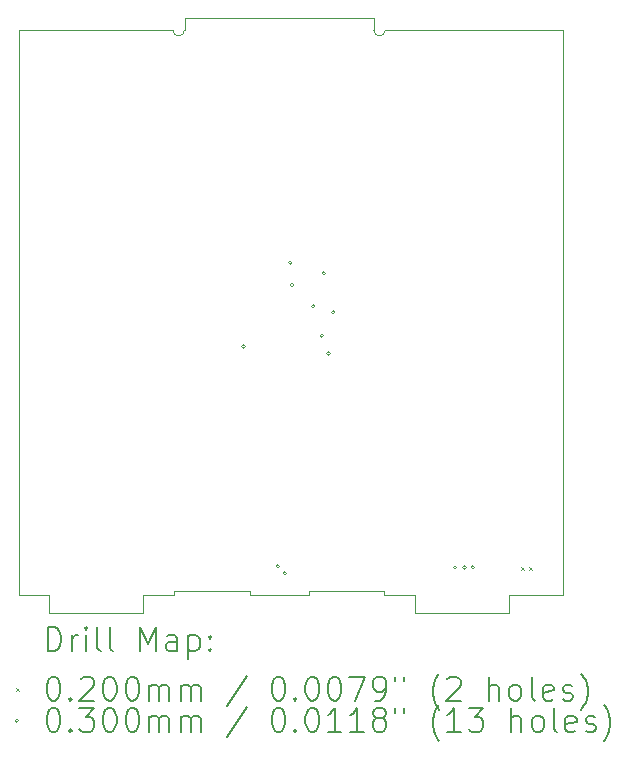
<source format=gbr>
%TF.GenerationSoftware,KiCad,Pcbnew,7.0.2*%
%TF.CreationDate,2023-06-06T15:16:26-04:00*%
%TF.ProjectId,ExternalFaces,45787465-726e-4616-9c46-616365732e6b,rev?*%
%TF.SameCoordinates,Original*%
%TF.FileFunction,Drillmap*%
%TF.FilePolarity,Positive*%
%FSLAX45Y45*%
G04 Gerber Fmt 4.5, Leading zero omitted, Abs format (unit mm)*
G04 Created by KiCad (PCBNEW 7.0.2) date 2023-06-06 15:16:26*
%MOMM*%
%LPD*%
G01*
G04 APERTURE LIST*
%ADD10C,0.100000*%
%ADD11C,0.200000*%
%ADD12C,0.020000*%
%ADD13C,0.030000*%
G04 APERTURE END LIST*
D10*
X10650000Y-7280000D02*
X11950000Y-7280000D01*
X12600000Y-12030000D02*
X12600000Y-12060000D01*
X12930000Y-12060000D02*
X13100000Y-12060000D01*
X13650000Y-7180000D02*
X12050000Y-7180000D01*
X10650000Y-12060000D02*
X10650000Y-7280000D01*
X13650000Y-7280000D02*
X13650000Y-7180000D01*
X12050000Y-7180000D02*
X12050000Y-7280000D01*
X14000000Y-12060000D02*
X14000000Y-12220000D01*
X11700000Y-12220000D02*
X10900000Y-12220000D01*
X10800000Y-12060000D02*
X10900000Y-12060000D01*
X14000000Y-12060000D02*
X13740000Y-12060000D01*
X13950000Y-7280000D02*
X13750000Y-7280000D01*
X14900000Y-12060000D02*
X15050000Y-12060000D01*
X11960000Y-12030000D02*
X12000000Y-12030000D01*
X11700000Y-12060000D02*
X11700000Y-12220000D01*
X13100000Y-12030000D02*
X13100000Y-12060000D01*
X11700000Y-12060000D02*
X11960000Y-12060000D01*
X11950000Y-7280000D02*
G75*
G03*
X12050000Y-7280000I50000J0D01*
G01*
X14900000Y-12060000D02*
X14800000Y-12060000D01*
X15050000Y-12060000D02*
X15250000Y-12060000D01*
X12600000Y-12030000D02*
X12000000Y-12030000D01*
X14800000Y-12220000D02*
X14800000Y-12060000D01*
X13740000Y-12030000D02*
X13740000Y-12060000D01*
X10900000Y-12220000D02*
X10900000Y-12060000D01*
X12600000Y-12060000D02*
X12770000Y-12060000D01*
X15250000Y-7280000D02*
X15250000Y-12060000D01*
X10800000Y-12060000D02*
X10650000Y-12060000D01*
X13650000Y-7280000D02*
G75*
G03*
X13750000Y-7280000I50000J0D01*
G01*
X12930000Y-12060000D02*
X12770000Y-12060000D01*
X14000000Y-12220000D02*
X14800000Y-12220000D01*
X11960000Y-12060000D02*
X11960000Y-12030000D01*
X13740000Y-12030000D02*
X13100000Y-12030000D01*
X15250000Y-7280000D02*
X13950000Y-7280000D01*
D11*
D12*
X14900000Y-11830000D02*
X14920000Y-11850000D01*
X14920000Y-11830000D02*
X14900000Y-11850000D01*
X14970000Y-11830000D02*
X14990000Y-11850000D01*
X14990000Y-11830000D02*
X14970000Y-11850000D01*
D13*
X12565000Y-9960000D02*
G75*
G03*
X12565000Y-9960000I-15000J0D01*
G01*
X12855000Y-11820000D02*
G75*
G03*
X12855000Y-11820000I-15000J0D01*
G01*
X12915000Y-11880000D02*
G75*
G03*
X12915000Y-11880000I-15000J0D01*
G01*
X12960000Y-9250000D02*
G75*
G03*
X12960000Y-9250000I-15000J0D01*
G01*
X12975000Y-9440000D02*
G75*
G03*
X12975000Y-9440000I-15000J0D01*
G01*
X13155000Y-9620000D02*
G75*
G03*
X13155000Y-9620000I-15000J0D01*
G01*
X13225000Y-9870000D02*
G75*
G03*
X13225000Y-9870000I-15000J0D01*
G01*
X13245000Y-9340000D02*
G75*
G03*
X13245000Y-9340000I-15000J0D01*
G01*
X13285000Y-10020000D02*
G75*
G03*
X13285000Y-10020000I-15000J0D01*
G01*
X13325000Y-9670000D02*
G75*
G03*
X13325000Y-9670000I-15000J0D01*
G01*
X14355000Y-11830000D02*
G75*
G03*
X14355000Y-11830000I-15000J0D01*
G01*
X14435000Y-11830000D02*
G75*
G03*
X14435000Y-11830000I-15000J0D01*
G01*
X14505000Y-11830000D02*
G75*
G03*
X14505000Y-11830000I-15000J0D01*
G01*
D11*
X10892619Y-12537524D02*
X10892619Y-12337524D01*
X10892619Y-12337524D02*
X10940238Y-12337524D01*
X10940238Y-12337524D02*
X10968810Y-12347048D01*
X10968810Y-12347048D02*
X10987857Y-12366095D01*
X10987857Y-12366095D02*
X10997381Y-12385143D01*
X10997381Y-12385143D02*
X11006905Y-12423238D01*
X11006905Y-12423238D02*
X11006905Y-12451809D01*
X11006905Y-12451809D02*
X10997381Y-12489905D01*
X10997381Y-12489905D02*
X10987857Y-12508952D01*
X10987857Y-12508952D02*
X10968810Y-12528000D01*
X10968810Y-12528000D02*
X10940238Y-12537524D01*
X10940238Y-12537524D02*
X10892619Y-12537524D01*
X11092619Y-12537524D02*
X11092619Y-12404190D01*
X11092619Y-12442286D02*
X11102143Y-12423238D01*
X11102143Y-12423238D02*
X11111667Y-12413714D01*
X11111667Y-12413714D02*
X11130714Y-12404190D01*
X11130714Y-12404190D02*
X11149762Y-12404190D01*
X11216428Y-12537524D02*
X11216428Y-12404190D01*
X11216428Y-12337524D02*
X11206905Y-12347048D01*
X11206905Y-12347048D02*
X11216428Y-12356571D01*
X11216428Y-12356571D02*
X11225952Y-12347048D01*
X11225952Y-12347048D02*
X11216428Y-12337524D01*
X11216428Y-12337524D02*
X11216428Y-12356571D01*
X11340238Y-12537524D02*
X11321190Y-12528000D01*
X11321190Y-12528000D02*
X11311667Y-12508952D01*
X11311667Y-12508952D02*
X11311667Y-12337524D01*
X11445000Y-12537524D02*
X11425952Y-12528000D01*
X11425952Y-12528000D02*
X11416428Y-12508952D01*
X11416428Y-12508952D02*
X11416428Y-12337524D01*
X11673571Y-12537524D02*
X11673571Y-12337524D01*
X11673571Y-12337524D02*
X11740238Y-12480381D01*
X11740238Y-12480381D02*
X11806905Y-12337524D01*
X11806905Y-12337524D02*
X11806905Y-12537524D01*
X11987857Y-12537524D02*
X11987857Y-12432762D01*
X11987857Y-12432762D02*
X11978333Y-12413714D01*
X11978333Y-12413714D02*
X11959286Y-12404190D01*
X11959286Y-12404190D02*
X11921190Y-12404190D01*
X11921190Y-12404190D02*
X11902143Y-12413714D01*
X11987857Y-12528000D02*
X11968809Y-12537524D01*
X11968809Y-12537524D02*
X11921190Y-12537524D01*
X11921190Y-12537524D02*
X11902143Y-12528000D01*
X11902143Y-12528000D02*
X11892619Y-12508952D01*
X11892619Y-12508952D02*
X11892619Y-12489905D01*
X11892619Y-12489905D02*
X11902143Y-12470857D01*
X11902143Y-12470857D02*
X11921190Y-12461333D01*
X11921190Y-12461333D02*
X11968809Y-12461333D01*
X11968809Y-12461333D02*
X11987857Y-12451809D01*
X12083095Y-12404190D02*
X12083095Y-12604190D01*
X12083095Y-12413714D02*
X12102143Y-12404190D01*
X12102143Y-12404190D02*
X12140238Y-12404190D01*
X12140238Y-12404190D02*
X12159286Y-12413714D01*
X12159286Y-12413714D02*
X12168809Y-12423238D01*
X12168809Y-12423238D02*
X12178333Y-12442286D01*
X12178333Y-12442286D02*
X12178333Y-12499428D01*
X12178333Y-12499428D02*
X12168809Y-12518476D01*
X12168809Y-12518476D02*
X12159286Y-12528000D01*
X12159286Y-12528000D02*
X12140238Y-12537524D01*
X12140238Y-12537524D02*
X12102143Y-12537524D01*
X12102143Y-12537524D02*
X12083095Y-12528000D01*
X12264048Y-12518476D02*
X12273571Y-12528000D01*
X12273571Y-12528000D02*
X12264048Y-12537524D01*
X12264048Y-12537524D02*
X12254524Y-12528000D01*
X12254524Y-12528000D02*
X12264048Y-12518476D01*
X12264048Y-12518476D02*
X12264048Y-12537524D01*
X12264048Y-12413714D02*
X12273571Y-12423238D01*
X12273571Y-12423238D02*
X12264048Y-12432762D01*
X12264048Y-12432762D02*
X12254524Y-12423238D01*
X12254524Y-12423238D02*
X12264048Y-12413714D01*
X12264048Y-12413714D02*
X12264048Y-12432762D01*
D12*
X10625000Y-12855000D02*
X10645000Y-12875000D01*
X10645000Y-12855000D02*
X10625000Y-12875000D01*
D11*
X10930714Y-12757524D02*
X10949762Y-12757524D01*
X10949762Y-12757524D02*
X10968810Y-12767048D01*
X10968810Y-12767048D02*
X10978333Y-12776571D01*
X10978333Y-12776571D02*
X10987857Y-12795619D01*
X10987857Y-12795619D02*
X10997381Y-12833714D01*
X10997381Y-12833714D02*
X10997381Y-12881333D01*
X10997381Y-12881333D02*
X10987857Y-12919428D01*
X10987857Y-12919428D02*
X10978333Y-12938476D01*
X10978333Y-12938476D02*
X10968810Y-12948000D01*
X10968810Y-12948000D02*
X10949762Y-12957524D01*
X10949762Y-12957524D02*
X10930714Y-12957524D01*
X10930714Y-12957524D02*
X10911667Y-12948000D01*
X10911667Y-12948000D02*
X10902143Y-12938476D01*
X10902143Y-12938476D02*
X10892619Y-12919428D01*
X10892619Y-12919428D02*
X10883095Y-12881333D01*
X10883095Y-12881333D02*
X10883095Y-12833714D01*
X10883095Y-12833714D02*
X10892619Y-12795619D01*
X10892619Y-12795619D02*
X10902143Y-12776571D01*
X10902143Y-12776571D02*
X10911667Y-12767048D01*
X10911667Y-12767048D02*
X10930714Y-12757524D01*
X11083095Y-12938476D02*
X11092619Y-12948000D01*
X11092619Y-12948000D02*
X11083095Y-12957524D01*
X11083095Y-12957524D02*
X11073571Y-12948000D01*
X11073571Y-12948000D02*
X11083095Y-12938476D01*
X11083095Y-12938476D02*
X11083095Y-12957524D01*
X11168810Y-12776571D02*
X11178333Y-12767048D01*
X11178333Y-12767048D02*
X11197381Y-12757524D01*
X11197381Y-12757524D02*
X11245000Y-12757524D01*
X11245000Y-12757524D02*
X11264048Y-12767048D01*
X11264048Y-12767048D02*
X11273571Y-12776571D01*
X11273571Y-12776571D02*
X11283095Y-12795619D01*
X11283095Y-12795619D02*
X11283095Y-12814667D01*
X11283095Y-12814667D02*
X11273571Y-12843238D01*
X11273571Y-12843238D02*
X11159286Y-12957524D01*
X11159286Y-12957524D02*
X11283095Y-12957524D01*
X11406905Y-12757524D02*
X11425952Y-12757524D01*
X11425952Y-12757524D02*
X11445000Y-12767048D01*
X11445000Y-12767048D02*
X11454524Y-12776571D01*
X11454524Y-12776571D02*
X11464048Y-12795619D01*
X11464048Y-12795619D02*
X11473571Y-12833714D01*
X11473571Y-12833714D02*
X11473571Y-12881333D01*
X11473571Y-12881333D02*
X11464048Y-12919428D01*
X11464048Y-12919428D02*
X11454524Y-12938476D01*
X11454524Y-12938476D02*
X11445000Y-12948000D01*
X11445000Y-12948000D02*
X11425952Y-12957524D01*
X11425952Y-12957524D02*
X11406905Y-12957524D01*
X11406905Y-12957524D02*
X11387857Y-12948000D01*
X11387857Y-12948000D02*
X11378333Y-12938476D01*
X11378333Y-12938476D02*
X11368809Y-12919428D01*
X11368809Y-12919428D02*
X11359286Y-12881333D01*
X11359286Y-12881333D02*
X11359286Y-12833714D01*
X11359286Y-12833714D02*
X11368809Y-12795619D01*
X11368809Y-12795619D02*
X11378333Y-12776571D01*
X11378333Y-12776571D02*
X11387857Y-12767048D01*
X11387857Y-12767048D02*
X11406905Y-12757524D01*
X11597381Y-12757524D02*
X11616429Y-12757524D01*
X11616429Y-12757524D02*
X11635476Y-12767048D01*
X11635476Y-12767048D02*
X11645000Y-12776571D01*
X11645000Y-12776571D02*
X11654524Y-12795619D01*
X11654524Y-12795619D02*
X11664048Y-12833714D01*
X11664048Y-12833714D02*
X11664048Y-12881333D01*
X11664048Y-12881333D02*
X11654524Y-12919428D01*
X11654524Y-12919428D02*
X11645000Y-12938476D01*
X11645000Y-12938476D02*
X11635476Y-12948000D01*
X11635476Y-12948000D02*
X11616429Y-12957524D01*
X11616429Y-12957524D02*
X11597381Y-12957524D01*
X11597381Y-12957524D02*
X11578333Y-12948000D01*
X11578333Y-12948000D02*
X11568809Y-12938476D01*
X11568809Y-12938476D02*
X11559286Y-12919428D01*
X11559286Y-12919428D02*
X11549762Y-12881333D01*
X11549762Y-12881333D02*
X11549762Y-12833714D01*
X11549762Y-12833714D02*
X11559286Y-12795619D01*
X11559286Y-12795619D02*
X11568809Y-12776571D01*
X11568809Y-12776571D02*
X11578333Y-12767048D01*
X11578333Y-12767048D02*
X11597381Y-12757524D01*
X11749762Y-12957524D02*
X11749762Y-12824190D01*
X11749762Y-12843238D02*
X11759286Y-12833714D01*
X11759286Y-12833714D02*
X11778333Y-12824190D01*
X11778333Y-12824190D02*
X11806905Y-12824190D01*
X11806905Y-12824190D02*
X11825952Y-12833714D01*
X11825952Y-12833714D02*
X11835476Y-12852762D01*
X11835476Y-12852762D02*
X11835476Y-12957524D01*
X11835476Y-12852762D02*
X11845000Y-12833714D01*
X11845000Y-12833714D02*
X11864048Y-12824190D01*
X11864048Y-12824190D02*
X11892619Y-12824190D01*
X11892619Y-12824190D02*
X11911667Y-12833714D01*
X11911667Y-12833714D02*
X11921190Y-12852762D01*
X11921190Y-12852762D02*
X11921190Y-12957524D01*
X12016429Y-12957524D02*
X12016429Y-12824190D01*
X12016429Y-12843238D02*
X12025952Y-12833714D01*
X12025952Y-12833714D02*
X12045000Y-12824190D01*
X12045000Y-12824190D02*
X12073571Y-12824190D01*
X12073571Y-12824190D02*
X12092619Y-12833714D01*
X12092619Y-12833714D02*
X12102143Y-12852762D01*
X12102143Y-12852762D02*
X12102143Y-12957524D01*
X12102143Y-12852762D02*
X12111667Y-12833714D01*
X12111667Y-12833714D02*
X12130714Y-12824190D01*
X12130714Y-12824190D02*
X12159286Y-12824190D01*
X12159286Y-12824190D02*
X12178333Y-12833714D01*
X12178333Y-12833714D02*
X12187857Y-12852762D01*
X12187857Y-12852762D02*
X12187857Y-12957524D01*
X12578333Y-12748000D02*
X12406905Y-13005143D01*
X12835476Y-12757524D02*
X12854524Y-12757524D01*
X12854524Y-12757524D02*
X12873572Y-12767048D01*
X12873572Y-12767048D02*
X12883095Y-12776571D01*
X12883095Y-12776571D02*
X12892619Y-12795619D01*
X12892619Y-12795619D02*
X12902143Y-12833714D01*
X12902143Y-12833714D02*
X12902143Y-12881333D01*
X12902143Y-12881333D02*
X12892619Y-12919428D01*
X12892619Y-12919428D02*
X12883095Y-12938476D01*
X12883095Y-12938476D02*
X12873572Y-12948000D01*
X12873572Y-12948000D02*
X12854524Y-12957524D01*
X12854524Y-12957524D02*
X12835476Y-12957524D01*
X12835476Y-12957524D02*
X12816429Y-12948000D01*
X12816429Y-12948000D02*
X12806905Y-12938476D01*
X12806905Y-12938476D02*
X12797381Y-12919428D01*
X12797381Y-12919428D02*
X12787857Y-12881333D01*
X12787857Y-12881333D02*
X12787857Y-12833714D01*
X12787857Y-12833714D02*
X12797381Y-12795619D01*
X12797381Y-12795619D02*
X12806905Y-12776571D01*
X12806905Y-12776571D02*
X12816429Y-12767048D01*
X12816429Y-12767048D02*
X12835476Y-12757524D01*
X12987857Y-12938476D02*
X12997381Y-12948000D01*
X12997381Y-12948000D02*
X12987857Y-12957524D01*
X12987857Y-12957524D02*
X12978333Y-12948000D01*
X12978333Y-12948000D02*
X12987857Y-12938476D01*
X12987857Y-12938476D02*
X12987857Y-12957524D01*
X13121191Y-12757524D02*
X13140238Y-12757524D01*
X13140238Y-12757524D02*
X13159286Y-12767048D01*
X13159286Y-12767048D02*
X13168810Y-12776571D01*
X13168810Y-12776571D02*
X13178333Y-12795619D01*
X13178333Y-12795619D02*
X13187857Y-12833714D01*
X13187857Y-12833714D02*
X13187857Y-12881333D01*
X13187857Y-12881333D02*
X13178333Y-12919428D01*
X13178333Y-12919428D02*
X13168810Y-12938476D01*
X13168810Y-12938476D02*
X13159286Y-12948000D01*
X13159286Y-12948000D02*
X13140238Y-12957524D01*
X13140238Y-12957524D02*
X13121191Y-12957524D01*
X13121191Y-12957524D02*
X13102143Y-12948000D01*
X13102143Y-12948000D02*
X13092619Y-12938476D01*
X13092619Y-12938476D02*
X13083095Y-12919428D01*
X13083095Y-12919428D02*
X13073572Y-12881333D01*
X13073572Y-12881333D02*
X13073572Y-12833714D01*
X13073572Y-12833714D02*
X13083095Y-12795619D01*
X13083095Y-12795619D02*
X13092619Y-12776571D01*
X13092619Y-12776571D02*
X13102143Y-12767048D01*
X13102143Y-12767048D02*
X13121191Y-12757524D01*
X13311667Y-12757524D02*
X13330714Y-12757524D01*
X13330714Y-12757524D02*
X13349762Y-12767048D01*
X13349762Y-12767048D02*
X13359286Y-12776571D01*
X13359286Y-12776571D02*
X13368810Y-12795619D01*
X13368810Y-12795619D02*
X13378333Y-12833714D01*
X13378333Y-12833714D02*
X13378333Y-12881333D01*
X13378333Y-12881333D02*
X13368810Y-12919428D01*
X13368810Y-12919428D02*
X13359286Y-12938476D01*
X13359286Y-12938476D02*
X13349762Y-12948000D01*
X13349762Y-12948000D02*
X13330714Y-12957524D01*
X13330714Y-12957524D02*
X13311667Y-12957524D01*
X13311667Y-12957524D02*
X13292619Y-12948000D01*
X13292619Y-12948000D02*
X13283095Y-12938476D01*
X13283095Y-12938476D02*
X13273572Y-12919428D01*
X13273572Y-12919428D02*
X13264048Y-12881333D01*
X13264048Y-12881333D02*
X13264048Y-12833714D01*
X13264048Y-12833714D02*
X13273572Y-12795619D01*
X13273572Y-12795619D02*
X13283095Y-12776571D01*
X13283095Y-12776571D02*
X13292619Y-12767048D01*
X13292619Y-12767048D02*
X13311667Y-12757524D01*
X13445000Y-12757524D02*
X13578333Y-12757524D01*
X13578333Y-12757524D02*
X13492619Y-12957524D01*
X13664048Y-12957524D02*
X13702143Y-12957524D01*
X13702143Y-12957524D02*
X13721191Y-12948000D01*
X13721191Y-12948000D02*
X13730714Y-12938476D01*
X13730714Y-12938476D02*
X13749762Y-12909905D01*
X13749762Y-12909905D02*
X13759286Y-12871809D01*
X13759286Y-12871809D02*
X13759286Y-12795619D01*
X13759286Y-12795619D02*
X13749762Y-12776571D01*
X13749762Y-12776571D02*
X13740238Y-12767048D01*
X13740238Y-12767048D02*
X13721191Y-12757524D01*
X13721191Y-12757524D02*
X13683095Y-12757524D01*
X13683095Y-12757524D02*
X13664048Y-12767048D01*
X13664048Y-12767048D02*
X13654524Y-12776571D01*
X13654524Y-12776571D02*
X13645000Y-12795619D01*
X13645000Y-12795619D02*
X13645000Y-12843238D01*
X13645000Y-12843238D02*
X13654524Y-12862286D01*
X13654524Y-12862286D02*
X13664048Y-12871809D01*
X13664048Y-12871809D02*
X13683095Y-12881333D01*
X13683095Y-12881333D02*
X13721191Y-12881333D01*
X13721191Y-12881333D02*
X13740238Y-12871809D01*
X13740238Y-12871809D02*
X13749762Y-12862286D01*
X13749762Y-12862286D02*
X13759286Y-12843238D01*
X13835476Y-12757524D02*
X13835476Y-12795619D01*
X13911667Y-12757524D02*
X13911667Y-12795619D01*
X14206905Y-13033714D02*
X14197381Y-13024190D01*
X14197381Y-13024190D02*
X14178334Y-12995619D01*
X14178334Y-12995619D02*
X14168810Y-12976571D01*
X14168810Y-12976571D02*
X14159286Y-12948000D01*
X14159286Y-12948000D02*
X14149762Y-12900381D01*
X14149762Y-12900381D02*
X14149762Y-12862286D01*
X14149762Y-12862286D02*
X14159286Y-12814667D01*
X14159286Y-12814667D02*
X14168810Y-12786095D01*
X14168810Y-12786095D02*
X14178334Y-12767048D01*
X14178334Y-12767048D02*
X14197381Y-12738476D01*
X14197381Y-12738476D02*
X14206905Y-12728952D01*
X14273572Y-12776571D02*
X14283095Y-12767048D01*
X14283095Y-12767048D02*
X14302143Y-12757524D01*
X14302143Y-12757524D02*
X14349762Y-12757524D01*
X14349762Y-12757524D02*
X14368810Y-12767048D01*
X14368810Y-12767048D02*
X14378334Y-12776571D01*
X14378334Y-12776571D02*
X14387857Y-12795619D01*
X14387857Y-12795619D02*
X14387857Y-12814667D01*
X14387857Y-12814667D02*
X14378334Y-12843238D01*
X14378334Y-12843238D02*
X14264048Y-12957524D01*
X14264048Y-12957524D02*
X14387857Y-12957524D01*
X14625953Y-12957524D02*
X14625953Y-12757524D01*
X14711667Y-12957524D02*
X14711667Y-12852762D01*
X14711667Y-12852762D02*
X14702143Y-12833714D01*
X14702143Y-12833714D02*
X14683096Y-12824190D01*
X14683096Y-12824190D02*
X14654524Y-12824190D01*
X14654524Y-12824190D02*
X14635476Y-12833714D01*
X14635476Y-12833714D02*
X14625953Y-12843238D01*
X14835476Y-12957524D02*
X14816429Y-12948000D01*
X14816429Y-12948000D02*
X14806905Y-12938476D01*
X14806905Y-12938476D02*
X14797381Y-12919428D01*
X14797381Y-12919428D02*
X14797381Y-12862286D01*
X14797381Y-12862286D02*
X14806905Y-12843238D01*
X14806905Y-12843238D02*
X14816429Y-12833714D01*
X14816429Y-12833714D02*
X14835476Y-12824190D01*
X14835476Y-12824190D02*
X14864048Y-12824190D01*
X14864048Y-12824190D02*
X14883096Y-12833714D01*
X14883096Y-12833714D02*
X14892619Y-12843238D01*
X14892619Y-12843238D02*
X14902143Y-12862286D01*
X14902143Y-12862286D02*
X14902143Y-12919428D01*
X14902143Y-12919428D02*
X14892619Y-12938476D01*
X14892619Y-12938476D02*
X14883096Y-12948000D01*
X14883096Y-12948000D02*
X14864048Y-12957524D01*
X14864048Y-12957524D02*
X14835476Y-12957524D01*
X15016429Y-12957524D02*
X14997381Y-12948000D01*
X14997381Y-12948000D02*
X14987857Y-12928952D01*
X14987857Y-12928952D02*
X14987857Y-12757524D01*
X15168810Y-12948000D02*
X15149762Y-12957524D01*
X15149762Y-12957524D02*
X15111667Y-12957524D01*
X15111667Y-12957524D02*
X15092619Y-12948000D01*
X15092619Y-12948000D02*
X15083096Y-12928952D01*
X15083096Y-12928952D02*
X15083096Y-12852762D01*
X15083096Y-12852762D02*
X15092619Y-12833714D01*
X15092619Y-12833714D02*
X15111667Y-12824190D01*
X15111667Y-12824190D02*
X15149762Y-12824190D01*
X15149762Y-12824190D02*
X15168810Y-12833714D01*
X15168810Y-12833714D02*
X15178334Y-12852762D01*
X15178334Y-12852762D02*
X15178334Y-12871809D01*
X15178334Y-12871809D02*
X15083096Y-12890857D01*
X15254524Y-12948000D02*
X15273572Y-12957524D01*
X15273572Y-12957524D02*
X15311667Y-12957524D01*
X15311667Y-12957524D02*
X15330715Y-12948000D01*
X15330715Y-12948000D02*
X15340238Y-12928952D01*
X15340238Y-12928952D02*
X15340238Y-12919428D01*
X15340238Y-12919428D02*
X15330715Y-12900381D01*
X15330715Y-12900381D02*
X15311667Y-12890857D01*
X15311667Y-12890857D02*
X15283096Y-12890857D01*
X15283096Y-12890857D02*
X15264048Y-12881333D01*
X15264048Y-12881333D02*
X15254524Y-12862286D01*
X15254524Y-12862286D02*
X15254524Y-12852762D01*
X15254524Y-12852762D02*
X15264048Y-12833714D01*
X15264048Y-12833714D02*
X15283096Y-12824190D01*
X15283096Y-12824190D02*
X15311667Y-12824190D01*
X15311667Y-12824190D02*
X15330715Y-12833714D01*
X15406905Y-13033714D02*
X15416429Y-13024190D01*
X15416429Y-13024190D02*
X15435477Y-12995619D01*
X15435477Y-12995619D02*
X15445000Y-12976571D01*
X15445000Y-12976571D02*
X15454524Y-12948000D01*
X15454524Y-12948000D02*
X15464048Y-12900381D01*
X15464048Y-12900381D02*
X15464048Y-12862286D01*
X15464048Y-12862286D02*
X15454524Y-12814667D01*
X15454524Y-12814667D02*
X15445000Y-12786095D01*
X15445000Y-12786095D02*
X15435477Y-12767048D01*
X15435477Y-12767048D02*
X15416429Y-12738476D01*
X15416429Y-12738476D02*
X15406905Y-12728952D01*
D13*
X10645000Y-13129000D02*
G75*
G03*
X10645000Y-13129000I-15000J0D01*
G01*
D11*
X10930714Y-13021524D02*
X10949762Y-13021524D01*
X10949762Y-13021524D02*
X10968810Y-13031048D01*
X10968810Y-13031048D02*
X10978333Y-13040571D01*
X10978333Y-13040571D02*
X10987857Y-13059619D01*
X10987857Y-13059619D02*
X10997381Y-13097714D01*
X10997381Y-13097714D02*
X10997381Y-13145333D01*
X10997381Y-13145333D02*
X10987857Y-13183428D01*
X10987857Y-13183428D02*
X10978333Y-13202476D01*
X10978333Y-13202476D02*
X10968810Y-13212000D01*
X10968810Y-13212000D02*
X10949762Y-13221524D01*
X10949762Y-13221524D02*
X10930714Y-13221524D01*
X10930714Y-13221524D02*
X10911667Y-13212000D01*
X10911667Y-13212000D02*
X10902143Y-13202476D01*
X10902143Y-13202476D02*
X10892619Y-13183428D01*
X10892619Y-13183428D02*
X10883095Y-13145333D01*
X10883095Y-13145333D02*
X10883095Y-13097714D01*
X10883095Y-13097714D02*
X10892619Y-13059619D01*
X10892619Y-13059619D02*
X10902143Y-13040571D01*
X10902143Y-13040571D02*
X10911667Y-13031048D01*
X10911667Y-13031048D02*
X10930714Y-13021524D01*
X11083095Y-13202476D02*
X11092619Y-13212000D01*
X11092619Y-13212000D02*
X11083095Y-13221524D01*
X11083095Y-13221524D02*
X11073571Y-13212000D01*
X11073571Y-13212000D02*
X11083095Y-13202476D01*
X11083095Y-13202476D02*
X11083095Y-13221524D01*
X11159286Y-13021524D02*
X11283095Y-13021524D01*
X11283095Y-13021524D02*
X11216428Y-13097714D01*
X11216428Y-13097714D02*
X11245000Y-13097714D01*
X11245000Y-13097714D02*
X11264048Y-13107238D01*
X11264048Y-13107238D02*
X11273571Y-13116762D01*
X11273571Y-13116762D02*
X11283095Y-13135809D01*
X11283095Y-13135809D02*
X11283095Y-13183428D01*
X11283095Y-13183428D02*
X11273571Y-13202476D01*
X11273571Y-13202476D02*
X11264048Y-13212000D01*
X11264048Y-13212000D02*
X11245000Y-13221524D01*
X11245000Y-13221524D02*
X11187857Y-13221524D01*
X11187857Y-13221524D02*
X11168810Y-13212000D01*
X11168810Y-13212000D02*
X11159286Y-13202476D01*
X11406905Y-13021524D02*
X11425952Y-13021524D01*
X11425952Y-13021524D02*
X11445000Y-13031048D01*
X11445000Y-13031048D02*
X11454524Y-13040571D01*
X11454524Y-13040571D02*
X11464048Y-13059619D01*
X11464048Y-13059619D02*
X11473571Y-13097714D01*
X11473571Y-13097714D02*
X11473571Y-13145333D01*
X11473571Y-13145333D02*
X11464048Y-13183428D01*
X11464048Y-13183428D02*
X11454524Y-13202476D01*
X11454524Y-13202476D02*
X11445000Y-13212000D01*
X11445000Y-13212000D02*
X11425952Y-13221524D01*
X11425952Y-13221524D02*
X11406905Y-13221524D01*
X11406905Y-13221524D02*
X11387857Y-13212000D01*
X11387857Y-13212000D02*
X11378333Y-13202476D01*
X11378333Y-13202476D02*
X11368809Y-13183428D01*
X11368809Y-13183428D02*
X11359286Y-13145333D01*
X11359286Y-13145333D02*
X11359286Y-13097714D01*
X11359286Y-13097714D02*
X11368809Y-13059619D01*
X11368809Y-13059619D02*
X11378333Y-13040571D01*
X11378333Y-13040571D02*
X11387857Y-13031048D01*
X11387857Y-13031048D02*
X11406905Y-13021524D01*
X11597381Y-13021524D02*
X11616429Y-13021524D01*
X11616429Y-13021524D02*
X11635476Y-13031048D01*
X11635476Y-13031048D02*
X11645000Y-13040571D01*
X11645000Y-13040571D02*
X11654524Y-13059619D01*
X11654524Y-13059619D02*
X11664048Y-13097714D01*
X11664048Y-13097714D02*
X11664048Y-13145333D01*
X11664048Y-13145333D02*
X11654524Y-13183428D01*
X11654524Y-13183428D02*
X11645000Y-13202476D01*
X11645000Y-13202476D02*
X11635476Y-13212000D01*
X11635476Y-13212000D02*
X11616429Y-13221524D01*
X11616429Y-13221524D02*
X11597381Y-13221524D01*
X11597381Y-13221524D02*
X11578333Y-13212000D01*
X11578333Y-13212000D02*
X11568809Y-13202476D01*
X11568809Y-13202476D02*
X11559286Y-13183428D01*
X11559286Y-13183428D02*
X11549762Y-13145333D01*
X11549762Y-13145333D02*
X11549762Y-13097714D01*
X11549762Y-13097714D02*
X11559286Y-13059619D01*
X11559286Y-13059619D02*
X11568809Y-13040571D01*
X11568809Y-13040571D02*
X11578333Y-13031048D01*
X11578333Y-13031048D02*
X11597381Y-13021524D01*
X11749762Y-13221524D02*
X11749762Y-13088190D01*
X11749762Y-13107238D02*
X11759286Y-13097714D01*
X11759286Y-13097714D02*
X11778333Y-13088190D01*
X11778333Y-13088190D02*
X11806905Y-13088190D01*
X11806905Y-13088190D02*
X11825952Y-13097714D01*
X11825952Y-13097714D02*
X11835476Y-13116762D01*
X11835476Y-13116762D02*
X11835476Y-13221524D01*
X11835476Y-13116762D02*
X11845000Y-13097714D01*
X11845000Y-13097714D02*
X11864048Y-13088190D01*
X11864048Y-13088190D02*
X11892619Y-13088190D01*
X11892619Y-13088190D02*
X11911667Y-13097714D01*
X11911667Y-13097714D02*
X11921190Y-13116762D01*
X11921190Y-13116762D02*
X11921190Y-13221524D01*
X12016429Y-13221524D02*
X12016429Y-13088190D01*
X12016429Y-13107238D02*
X12025952Y-13097714D01*
X12025952Y-13097714D02*
X12045000Y-13088190D01*
X12045000Y-13088190D02*
X12073571Y-13088190D01*
X12073571Y-13088190D02*
X12092619Y-13097714D01*
X12092619Y-13097714D02*
X12102143Y-13116762D01*
X12102143Y-13116762D02*
X12102143Y-13221524D01*
X12102143Y-13116762D02*
X12111667Y-13097714D01*
X12111667Y-13097714D02*
X12130714Y-13088190D01*
X12130714Y-13088190D02*
X12159286Y-13088190D01*
X12159286Y-13088190D02*
X12178333Y-13097714D01*
X12178333Y-13097714D02*
X12187857Y-13116762D01*
X12187857Y-13116762D02*
X12187857Y-13221524D01*
X12578333Y-13012000D02*
X12406905Y-13269143D01*
X12835476Y-13021524D02*
X12854524Y-13021524D01*
X12854524Y-13021524D02*
X12873572Y-13031048D01*
X12873572Y-13031048D02*
X12883095Y-13040571D01*
X12883095Y-13040571D02*
X12892619Y-13059619D01*
X12892619Y-13059619D02*
X12902143Y-13097714D01*
X12902143Y-13097714D02*
X12902143Y-13145333D01*
X12902143Y-13145333D02*
X12892619Y-13183428D01*
X12892619Y-13183428D02*
X12883095Y-13202476D01*
X12883095Y-13202476D02*
X12873572Y-13212000D01*
X12873572Y-13212000D02*
X12854524Y-13221524D01*
X12854524Y-13221524D02*
X12835476Y-13221524D01*
X12835476Y-13221524D02*
X12816429Y-13212000D01*
X12816429Y-13212000D02*
X12806905Y-13202476D01*
X12806905Y-13202476D02*
X12797381Y-13183428D01*
X12797381Y-13183428D02*
X12787857Y-13145333D01*
X12787857Y-13145333D02*
X12787857Y-13097714D01*
X12787857Y-13097714D02*
X12797381Y-13059619D01*
X12797381Y-13059619D02*
X12806905Y-13040571D01*
X12806905Y-13040571D02*
X12816429Y-13031048D01*
X12816429Y-13031048D02*
X12835476Y-13021524D01*
X12987857Y-13202476D02*
X12997381Y-13212000D01*
X12997381Y-13212000D02*
X12987857Y-13221524D01*
X12987857Y-13221524D02*
X12978333Y-13212000D01*
X12978333Y-13212000D02*
X12987857Y-13202476D01*
X12987857Y-13202476D02*
X12987857Y-13221524D01*
X13121191Y-13021524D02*
X13140238Y-13021524D01*
X13140238Y-13021524D02*
X13159286Y-13031048D01*
X13159286Y-13031048D02*
X13168810Y-13040571D01*
X13168810Y-13040571D02*
X13178333Y-13059619D01*
X13178333Y-13059619D02*
X13187857Y-13097714D01*
X13187857Y-13097714D02*
X13187857Y-13145333D01*
X13187857Y-13145333D02*
X13178333Y-13183428D01*
X13178333Y-13183428D02*
X13168810Y-13202476D01*
X13168810Y-13202476D02*
X13159286Y-13212000D01*
X13159286Y-13212000D02*
X13140238Y-13221524D01*
X13140238Y-13221524D02*
X13121191Y-13221524D01*
X13121191Y-13221524D02*
X13102143Y-13212000D01*
X13102143Y-13212000D02*
X13092619Y-13202476D01*
X13092619Y-13202476D02*
X13083095Y-13183428D01*
X13083095Y-13183428D02*
X13073572Y-13145333D01*
X13073572Y-13145333D02*
X13073572Y-13097714D01*
X13073572Y-13097714D02*
X13083095Y-13059619D01*
X13083095Y-13059619D02*
X13092619Y-13040571D01*
X13092619Y-13040571D02*
X13102143Y-13031048D01*
X13102143Y-13031048D02*
X13121191Y-13021524D01*
X13378333Y-13221524D02*
X13264048Y-13221524D01*
X13321191Y-13221524D02*
X13321191Y-13021524D01*
X13321191Y-13021524D02*
X13302143Y-13050095D01*
X13302143Y-13050095D02*
X13283095Y-13069143D01*
X13283095Y-13069143D02*
X13264048Y-13078667D01*
X13568810Y-13221524D02*
X13454524Y-13221524D01*
X13511667Y-13221524D02*
X13511667Y-13021524D01*
X13511667Y-13021524D02*
X13492619Y-13050095D01*
X13492619Y-13050095D02*
X13473572Y-13069143D01*
X13473572Y-13069143D02*
X13454524Y-13078667D01*
X13683095Y-13107238D02*
X13664048Y-13097714D01*
X13664048Y-13097714D02*
X13654524Y-13088190D01*
X13654524Y-13088190D02*
X13645000Y-13069143D01*
X13645000Y-13069143D02*
X13645000Y-13059619D01*
X13645000Y-13059619D02*
X13654524Y-13040571D01*
X13654524Y-13040571D02*
X13664048Y-13031048D01*
X13664048Y-13031048D02*
X13683095Y-13021524D01*
X13683095Y-13021524D02*
X13721191Y-13021524D01*
X13721191Y-13021524D02*
X13740238Y-13031048D01*
X13740238Y-13031048D02*
X13749762Y-13040571D01*
X13749762Y-13040571D02*
X13759286Y-13059619D01*
X13759286Y-13059619D02*
X13759286Y-13069143D01*
X13759286Y-13069143D02*
X13749762Y-13088190D01*
X13749762Y-13088190D02*
X13740238Y-13097714D01*
X13740238Y-13097714D02*
X13721191Y-13107238D01*
X13721191Y-13107238D02*
X13683095Y-13107238D01*
X13683095Y-13107238D02*
X13664048Y-13116762D01*
X13664048Y-13116762D02*
X13654524Y-13126286D01*
X13654524Y-13126286D02*
X13645000Y-13145333D01*
X13645000Y-13145333D02*
X13645000Y-13183428D01*
X13645000Y-13183428D02*
X13654524Y-13202476D01*
X13654524Y-13202476D02*
X13664048Y-13212000D01*
X13664048Y-13212000D02*
X13683095Y-13221524D01*
X13683095Y-13221524D02*
X13721191Y-13221524D01*
X13721191Y-13221524D02*
X13740238Y-13212000D01*
X13740238Y-13212000D02*
X13749762Y-13202476D01*
X13749762Y-13202476D02*
X13759286Y-13183428D01*
X13759286Y-13183428D02*
X13759286Y-13145333D01*
X13759286Y-13145333D02*
X13749762Y-13126286D01*
X13749762Y-13126286D02*
X13740238Y-13116762D01*
X13740238Y-13116762D02*
X13721191Y-13107238D01*
X13835476Y-13021524D02*
X13835476Y-13059619D01*
X13911667Y-13021524D02*
X13911667Y-13059619D01*
X14206905Y-13297714D02*
X14197381Y-13288190D01*
X14197381Y-13288190D02*
X14178334Y-13259619D01*
X14178334Y-13259619D02*
X14168810Y-13240571D01*
X14168810Y-13240571D02*
X14159286Y-13212000D01*
X14159286Y-13212000D02*
X14149762Y-13164381D01*
X14149762Y-13164381D02*
X14149762Y-13126286D01*
X14149762Y-13126286D02*
X14159286Y-13078667D01*
X14159286Y-13078667D02*
X14168810Y-13050095D01*
X14168810Y-13050095D02*
X14178334Y-13031048D01*
X14178334Y-13031048D02*
X14197381Y-13002476D01*
X14197381Y-13002476D02*
X14206905Y-12992952D01*
X14387857Y-13221524D02*
X14273572Y-13221524D01*
X14330714Y-13221524D02*
X14330714Y-13021524D01*
X14330714Y-13021524D02*
X14311667Y-13050095D01*
X14311667Y-13050095D02*
X14292619Y-13069143D01*
X14292619Y-13069143D02*
X14273572Y-13078667D01*
X14454524Y-13021524D02*
X14578334Y-13021524D01*
X14578334Y-13021524D02*
X14511667Y-13097714D01*
X14511667Y-13097714D02*
X14540238Y-13097714D01*
X14540238Y-13097714D02*
X14559286Y-13107238D01*
X14559286Y-13107238D02*
X14568810Y-13116762D01*
X14568810Y-13116762D02*
X14578334Y-13135809D01*
X14578334Y-13135809D02*
X14578334Y-13183428D01*
X14578334Y-13183428D02*
X14568810Y-13202476D01*
X14568810Y-13202476D02*
X14559286Y-13212000D01*
X14559286Y-13212000D02*
X14540238Y-13221524D01*
X14540238Y-13221524D02*
X14483095Y-13221524D01*
X14483095Y-13221524D02*
X14464048Y-13212000D01*
X14464048Y-13212000D02*
X14454524Y-13202476D01*
X14816429Y-13221524D02*
X14816429Y-13021524D01*
X14902143Y-13221524D02*
X14902143Y-13116762D01*
X14902143Y-13116762D02*
X14892619Y-13097714D01*
X14892619Y-13097714D02*
X14873572Y-13088190D01*
X14873572Y-13088190D02*
X14845000Y-13088190D01*
X14845000Y-13088190D02*
X14825953Y-13097714D01*
X14825953Y-13097714D02*
X14816429Y-13107238D01*
X15025953Y-13221524D02*
X15006905Y-13212000D01*
X15006905Y-13212000D02*
X14997381Y-13202476D01*
X14997381Y-13202476D02*
X14987857Y-13183428D01*
X14987857Y-13183428D02*
X14987857Y-13126286D01*
X14987857Y-13126286D02*
X14997381Y-13107238D01*
X14997381Y-13107238D02*
X15006905Y-13097714D01*
X15006905Y-13097714D02*
X15025953Y-13088190D01*
X15025953Y-13088190D02*
X15054524Y-13088190D01*
X15054524Y-13088190D02*
X15073572Y-13097714D01*
X15073572Y-13097714D02*
X15083096Y-13107238D01*
X15083096Y-13107238D02*
X15092619Y-13126286D01*
X15092619Y-13126286D02*
X15092619Y-13183428D01*
X15092619Y-13183428D02*
X15083096Y-13202476D01*
X15083096Y-13202476D02*
X15073572Y-13212000D01*
X15073572Y-13212000D02*
X15054524Y-13221524D01*
X15054524Y-13221524D02*
X15025953Y-13221524D01*
X15206905Y-13221524D02*
X15187857Y-13212000D01*
X15187857Y-13212000D02*
X15178334Y-13192952D01*
X15178334Y-13192952D02*
X15178334Y-13021524D01*
X15359286Y-13212000D02*
X15340238Y-13221524D01*
X15340238Y-13221524D02*
X15302143Y-13221524D01*
X15302143Y-13221524D02*
X15283096Y-13212000D01*
X15283096Y-13212000D02*
X15273572Y-13192952D01*
X15273572Y-13192952D02*
X15273572Y-13116762D01*
X15273572Y-13116762D02*
X15283096Y-13097714D01*
X15283096Y-13097714D02*
X15302143Y-13088190D01*
X15302143Y-13088190D02*
X15340238Y-13088190D01*
X15340238Y-13088190D02*
X15359286Y-13097714D01*
X15359286Y-13097714D02*
X15368810Y-13116762D01*
X15368810Y-13116762D02*
X15368810Y-13135809D01*
X15368810Y-13135809D02*
X15273572Y-13154857D01*
X15445000Y-13212000D02*
X15464048Y-13221524D01*
X15464048Y-13221524D02*
X15502143Y-13221524D01*
X15502143Y-13221524D02*
X15521191Y-13212000D01*
X15521191Y-13212000D02*
X15530715Y-13192952D01*
X15530715Y-13192952D02*
X15530715Y-13183428D01*
X15530715Y-13183428D02*
X15521191Y-13164381D01*
X15521191Y-13164381D02*
X15502143Y-13154857D01*
X15502143Y-13154857D02*
X15473572Y-13154857D01*
X15473572Y-13154857D02*
X15454524Y-13145333D01*
X15454524Y-13145333D02*
X15445000Y-13126286D01*
X15445000Y-13126286D02*
X15445000Y-13116762D01*
X15445000Y-13116762D02*
X15454524Y-13097714D01*
X15454524Y-13097714D02*
X15473572Y-13088190D01*
X15473572Y-13088190D02*
X15502143Y-13088190D01*
X15502143Y-13088190D02*
X15521191Y-13097714D01*
X15597381Y-13297714D02*
X15606905Y-13288190D01*
X15606905Y-13288190D02*
X15625953Y-13259619D01*
X15625953Y-13259619D02*
X15635477Y-13240571D01*
X15635477Y-13240571D02*
X15645000Y-13212000D01*
X15645000Y-13212000D02*
X15654524Y-13164381D01*
X15654524Y-13164381D02*
X15654524Y-13126286D01*
X15654524Y-13126286D02*
X15645000Y-13078667D01*
X15645000Y-13078667D02*
X15635477Y-13050095D01*
X15635477Y-13050095D02*
X15625953Y-13031048D01*
X15625953Y-13031048D02*
X15606905Y-13002476D01*
X15606905Y-13002476D02*
X15597381Y-12992952D01*
M02*

</source>
